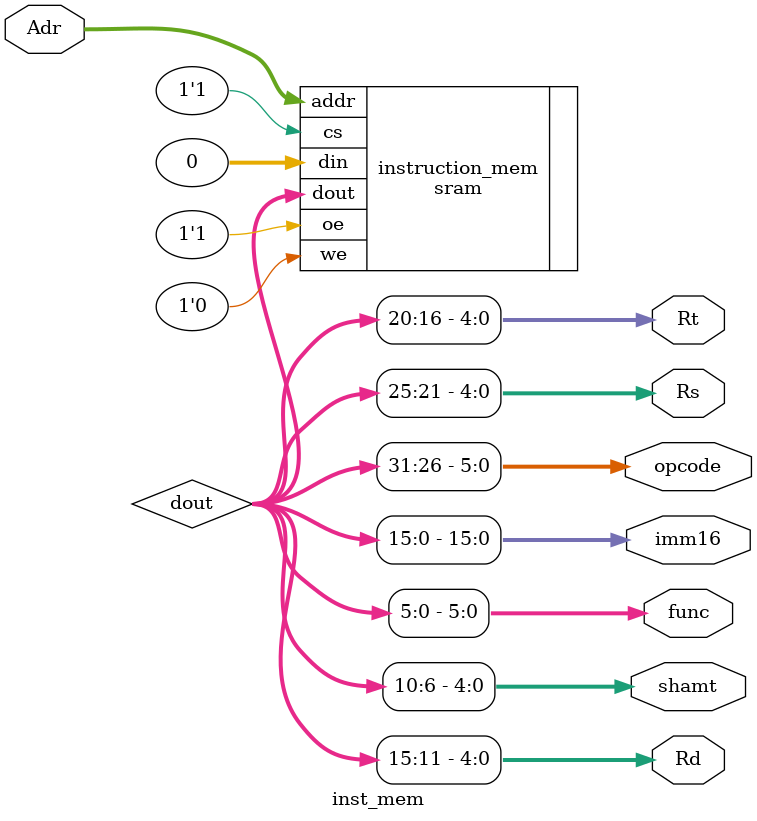
<source format=v>
`include "../lib/sram.v"

module inst_mem(Adr,opcode,Rs,Rt,Rd,shamt,func,imm16);

  parameter mem_file = "";
  input [31:0] Adr;

  output [5:0] opcode;
  output [4:0] Rs;
  output [4:0] Rt;
  output [4:0] Rd;
  output [4:0] shamt;
  output [5:0] func;
  output [15:0] imm16;

  wire [31:0] dout;

  sram #(.mem_file(mem_file)) instruction_mem(.cs(1'b1), .oe(1'b1), .we(1'b0), .addr(Adr), .din(32'd0), .dout(dout));

  assign opcode = dout[31:26];
  assign Rs = dout[25:21];
  assign Rt = dout[20:16];
  assign Rd = dout[15:11];
  assign shamt = dout[10:6];
  assign func = dout[5:0];
  assign imm16 = dout[15:0];

endmodule
</source>
